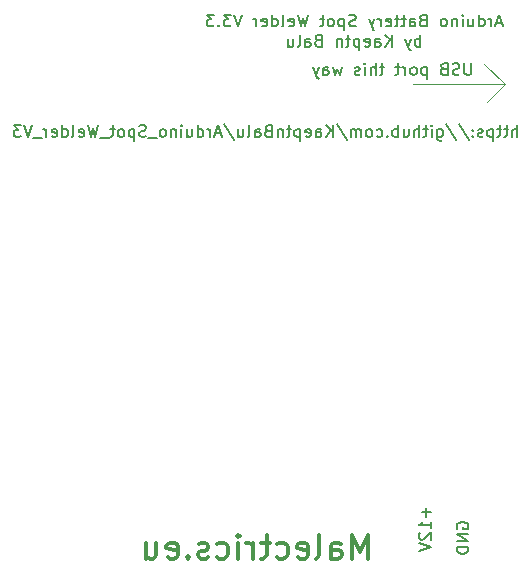
<source format=gbr>
G04 #@! TF.FileFunction,Legend,Bot*
%FSLAX46Y46*%
G04 Gerber Fmt 4.6, Leading zero omitted, Abs format (unit mm)*
G04 Created by KiCad (PCBNEW 4.0.4-stable) date 07/11/19 10:43:22*
%MOMM*%
%LPD*%
G01*
G04 APERTURE LIST*
%ADD10C,0.100000*%
%ADD11C,0.300000*%
%ADD12C,0.200000*%
G04 APERTURE END LIST*
D10*
D11*
X103130953Y-125154762D02*
X103130953Y-123154762D01*
X102464286Y-124583333D01*
X101797619Y-123154762D01*
X101797619Y-125154762D01*
X99988096Y-125154762D02*
X99988096Y-124107143D01*
X100083334Y-123916667D01*
X100273810Y-123821429D01*
X100654762Y-123821429D01*
X100845239Y-123916667D01*
X99988096Y-125059524D02*
X100178572Y-125154762D01*
X100654762Y-125154762D01*
X100845239Y-125059524D01*
X100940477Y-124869048D01*
X100940477Y-124678571D01*
X100845239Y-124488095D01*
X100654762Y-124392857D01*
X100178572Y-124392857D01*
X99988096Y-124297619D01*
X98750000Y-125154762D02*
X98940476Y-125059524D01*
X99035715Y-124869048D01*
X99035715Y-123154762D01*
X97226191Y-125059524D02*
X97416667Y-125154762D01*
X97797619Y-125154762D01*
X97988096Y-125059524D01*
X98083334Y-124869048D01*
X98083334Y-124107143D01*
X97988096Y-123916667D01*
X97797619Y-123821429D01*
X97416667Y-123821429D01*
X97226191Y-123916667D01*
X97130953Y-124107143D01*
X97130953Y-124297619D01*
X98083334Y-124488095D01*
X95416667Y-125059524D02*
X95607143Y-125154762D01*
X95988095Y-125154762D01*
X96178571Y-125059524D01*
X96273810Y-124964286D01*
X96369048Y-124773810D01*
X96369048Y-124202381D01*
X96273810Y-124011905D01*
X96178571Y-123916667D01*
X95988095Y-123821429D01*
X95607143Y-123821429D01*
X95416667Y-123916667D01*
X94845238Y-123821429D02*
X94083333Y-123821429D01*
X94559524Y-123154762D02*
X94559524Y-124869048D01*
X94464285Y-125059524D01*
X94273809Y-125154762D01*
X94083333Y-125154762D01*
X93416667Y-125154762D02*
X93416667Y-123821429D01*
X93416667Y-124202381D02*
X93321428Y-124011905D01*
X93226190Y-123916667D01*
X93035714Y-123821429D01*
X92845238Y-123821429D01*
X92178572Y-125154762D02*
X92178572Y-123821429D01*
X92178572Y-123154762D02*
X92273810Y-123250000D01*
X92178572Y-123345238D01*
X92083333Y-123250000D01*
X92178572Y-123154762D01*
X92178572Y-123345238D01*
X90369048Y-125059524D02*
X90559524Y-125154762D01*
X90940476Y-125154762D01*
X91130952Y-125059524D01*
X91226191Y-124964286D01*
X91321429Y-124773810D01*
X91321429Y-124202381D01*
X91226191Y-124011905D01*
X91130952Y-123916667D01*
X90940476Y-123821429D01*
X90559524Y-123821429D01*
X90369048Y-123916667D01*
X89607143Y-125059524D02*
X89416666Y-125154762D01*
X89035714Y-125154762D01*
X88845238Y-125059524D01*
X88750000Y-124869048D01*
X88750000Y-124773810D01*
X88845238Y-124583333D01*
X89035714Y-124488095D01*
X89321428Y-124488095D01*
X89511905Y-124392857D01*
X89607143Y-124202381D01*
X89607143Y-124107143D01*
X89511905Y-123916667D01*
X89321428Y-123821429D01*
X89035714Y-123821429D01*
X88845238Y-123916667D01*
X87892857Y-124964286D02*
X87797618Y-125059524D01*
X87892857Y-125154762D01*
X87988095Y-125059524D01*
X87892857Y-124964286D01*
X87892857Y-125154762D01*
X86178571Y-125059524D02*
X86369047Y-125154762D01*
X86749999Y-125154762D01*
X86940476Y-125059524D01*
X87035714Y-124869048D01*
X87035714Y-124107143D01*
X86940476Y-123916667D01*
X86749999Y-123821429D01*
X86369047Y-123821429D01*
X86178571Y-123916667D01*
X86083333Y-124107143D01*
X86083333Y-124297619D01*
X87035714Y-124488095D01*
X84369047Y-123821429D02*
X84369047Y-125154762D01*
X85226190Y-123821429D02*
X85226190Y-124869048D01*
X85130951Y-125059524D01*
X84940475Y-125154762D01*
X84654761Y-125154762D01*
X84464285Y-125059524D01*
X84369047Y-124964286D01*
D12*
X110700000Y-122638096D02*
X110652381Y-122542858D01*
X110652381Y-122400001D01*
X110700000Y-122257143D01*
X110795238Y-122161905D01*
X110890476Y-122114286D01*
X111080952Y-122066667D01*
X111223810Y-122066667D01*
X111414286Y-122114286D01*
X111509524Y-122161905D01*
X111604762Y-122257143D01*
X111652381Y-122400001D01*
X111652381Y-122495239D01*
X111604762Y-122638096D01*
X111557143Y-122685715D01*
X111223810Y-122685715D01*
X111223810Y-122495239D01*
X111652381Y-123114286D02*
X110652381Y-123114286D01*
X111652381Y-123685715D01*
X110652381Y-123685715D01*
X111652381Y-124161905D02*
X110652381Y-124161905D01*
X110652381Y-124400000D01*
X110700000Y-124542858D01*
X110795238Y-124638096D01*
X110890476Y-124685715D01*
X111080952Y-124733334D01*
X111223810Y-124733334D01*
X111414286Y-124685715D01*
X111509524Y-124638096D01*
X111604762Y-124542858D01*
X111652381Y-124400000D01*
X111652381Y-124161905D01*
X108071429Y-120838095D02*
X108071429Y-121600000D01*
X108452381Y-121219048D02*
X107690476Y-121219048D01*
X108452381Y-122600000D02*
X108452381Y-122028571D01*
X108452381Y-122314285D02*
X107452381Y-122314285D01*
X107595238Y-122219047D01*
X107690476Y-122123809D01*
X107738095Y-122028571D01*
X107547619Y-122980952D02*
X107500000Y-123028571D01*
X107452381Y-123123809D01*
X107452381Y-123361905D01*
X107500000Y-123457143D01*
X107547619Y-123504762D01*
X107642857Y-123552381D01*
X107738095Y-123552381D01*
X107880952Y-123504762D01*
X108452381Y-122933333D01*
X108452381Y-123552381D01*
X107452381Y-123838095D02*
X108452381Y-124171428D01*
X107452381Y-124504762D01*
D10*
X114750000Y-85000000D02*
X113250000Y-86500000D01*
X113000000Y-83250000D02*
X114750000Y-85000000D01*
X114750000Y-85000000D02*
X113000000Y-83250000D01*
X107000000Y-85000000D02*
X114750000Y-85000000D01*
D12*
X111892858Y-83202381D02*
X111892858Y-84011905D01*
X111845239Y-84107143D01*
X111797620Y-84154762D01*
X111702382Y-84202381D01*
X111511905Y-84202381D01*
X111416667Y-84154762D01*
X111369048Y-84107143D01*
X111321429Y-84011905D01*
X111321429Y-83202381D01*
X110892858Y-84154762D02*
X110750001Y-84202381D01*
X110511905Y-84202381D01*
X110416667Y-84154762D01*
X110369048Y-84107143D01*
X110321429Y-84011905D01*
X110321429Y-83916667D01*
X110369048Y-83821429D01*
X110416667Y-83773810D01*
X110511905Y-83726190D01*
X110702382Y-83678571D01*
X110797620Y-83630952D01*
X110845239Y-83583333D01*
X110892858Y-83488095D01*
X110892858Y-83392857D01*
X110845239Y-83297619D01*
X110797620Y-83250000D01*
X110702382Y-83202381D01*
X110464286Y-83202381D01*
X110321429Y-83250000D01*
X109559524Y-83678571D02*
X109416667Y-83726190D01*
X109369048Y-83773810D01*
X109321429Y-83869048D01*
X109321429Y-84011905D01*
X109369048Y-84107143D01*
X109416667Y-84154762D01*
X109511905Y-84202381D01*
X109892858Y-84202381D01*
X109892858Y-83202381D01*
X109559524Y-83202381D01*
X109464286Y-83250000D01*
X109416667Y-83297619D01*
X109369048Y-83392857D01*
X109369048Y-83488095D01*
X109416667Y-83583333D01*
X109464286Y-83630952D01*
X109559524Y-83678571D01*
X109892858Y-83678571D01*
X108130953Y-83535714D02*
X108130953Y-84535714D01*
X108130953Y-83583333D02*
X108035715Y-83535714D01*
X107845238Y-83535714D01*
X107750000Y-83583333D01*
X107702381Y-83630952D01*
X107654762Y-83726190D01*
X107654762Y-84011905D01*
X107702381Y-84107143D01*
X107750000Y-84154762D01*
X107845238Y-84202381D01*
X108035715Y-84202381D01*
X108130953Y-84154762D01*
X107083334Y-84202381D02*
X107178572Y-84154762D01*
X107226191Y-84107143D01*
X107273810Y-84011905D01*
X107273810Y-83726190D01*
X107226191Y-83630952D01*
X107178572Y-83583333D01*
X107083334Y-83535714D01*
X106940476Y-83535714D01*
X106845238Y-83583333D01*
X106797619Y-83630952D01*
X106750000Y-83726190D01*
X106750000Y-84011905D01*
X106797619Y-84107143D01*
X106845238Y-84154762D01*
X106940476Y-84202381D01*
X107083334Y-84202381D01*
X106321429Y-84202381D02*
X106321429Y-83535714D01*
X106321429Y-83726190D02*
X106273810Y-83630952D01*
X106226191Y-83583333D01*
X106130953Y-83535714D01*
X106035714Y-83535714D01*
X105845238Y-83535714D02*
X105464286Y-83535714D01*
X105702381Y-83202381D02*
X105702381Y-84059524D01*
X105654762Y-84154762D01*
X105559524Y-84202381D01*
X105464286Y-84202381D01*
X104511904Y-83535714D02*
X104130952Y-83535714D01*
X104369047Y-83202381D02*
X104369047Y-84059524D01*
X104321428Y-84154762D01*
X104226190Y-84202381D01*
X104130952Y-84202381D01*
X103797618Y-84202381D02*
X103797618Y-83202381D01*
X103369046Y-84202381D02*
X103369046Y-83678571D01*
X103416665Y-83583333D01*
X103511903Y-83535714D01*
X103654761Y-83535714D01*
X103749999Y-83583333D01*
X103797618Y-83630952D01*
X102892856Y-84202381D02*
X102892856Y-83535714D01*
X102892856Y-83202381D02*
X102940475Y-83250000D01*
X102892856Y-83297619D01*
X102845237Y-83250000D01*
X102892856Y-83202381D01*
X102892856Y-83297619D01*
X102464285Y-84154762D02*
X102369047Y-84202381D01*
X102178571Y-84202381D01*
X102083332Y-84154762D01*
X102035713Y-84059524D01*
X102035713Y-84011905D01*
X102083332Y-83916667D01*
X102178571Y-83869048D01*
X102321428Y-83869048D01*
X102416666Y-83821429D01*
X102464285Y-83726190D01*
X102464285Y-83678571D01*
X102416666Y-83583333D01*
X102321428Y-83535714D01*
X102178571Y-83535714D01*
X102083332Y-83583333D01*
X100940475Y-83535714D02*
X100749999Y-84202381D01*
X100559522Y-83726190D01*
X100369046Y-84202381D01*
X100178570Y-83535714D01*
X99369046Y-84202381D02*
X99369046Y-83678571D01*
X99416665Y-83583333D01*
X99511903Y-83535714D01*
X99702380Y-83535714D01*
X99797618Y-83583333D01*
X99369046Y-84154762D02*
X99464284Y-84202381D01*
X99702380Y-84202381D01*
X99797618Y-84154762D01*
X99845237Y-84059524D01*
X99845237Y-83964286D01*
X99797618Y-83869048D01*
X99702380Y-83821429D01*
X99464284Y-83821429D01*
X99369046Y-83773810D01*
X98988094Y-83535714D02*
X98749999Y-84202381D01*
X98511903Y-83535714D02*
X98749999Y-84202381D01*
X98845237Y-84440476D01*
X98892856Y-84488095D01*
X98988094Y-84535714D01*
X115785717Y-89452381D02*
X115785717Y-88452381D01*
X115357145Y-89452381D02*
X115357145Y-88928571D01*
X115404764Y-88833333D01*
X115500002Y-88785714D01*
X115642860Y-88785714D01*
X115738098Y-88833333D01*
X115785717Y-88880952D01*
X115023812Y-88785714D02*
X114642860Y-88785714D01*
X114880955Y-88452381D02*
X114880955Y-89309524D01*
X114833336Y-89404762D01*
X114738098Y-89452381D01*
X114642860Y-89452381D01*
X114452383Y-88785714D02*
X114071431Y-88785714D01*
X114309526Y-88452381D02*
X114309526Y-89309524D01*
X114261907Y-89404762D01*
X114166669Y-89452381D01*
X114071431Y-89452381D01*
X113738097Y-88785714D02*
X113738097Y-89785714D01*
X113738097Y-88833333D02*
X113642859Y-88785714D01*
X113452382Y-88785714D01*
X113357144Y-88833333D01*
X113309525Y-88880952D01*
X113261906Y-88976190D01*
X113261906Y-89261905D01*
X113309525Y-89357143D01*
X113357144Y-89404762D01*
X113452382Y-89452381D01*
X113642859Y-89452381D01*
X113738097Y-89404762D01*
X112880954Y-89404762D02*
X112785716Y-89452381D01*
X112595240Y-89452381D01*
X112500001Y-89404762D01*
X112452382Y-89309524D01*
X112452382Y-89261905D01*
X112500001Y-89166667D01*
X112595240Y-89119048D01*
X112738097Y-89119048D01*
X112833335Y-89071429D01*
X112880954Y-88976190D01*
X112880954Y-88928571D01*
X112833335Y-88833333D01*
X112738097Y-88785714D01*
X112595240Y-88785714D01*
X112500001Y-88833333D01*
X112023811Y-89357143D02*
X111976192Y-89404762D01*
X112023811Y-89452381D01*
X112071430Y-89404762D01*
X112023811Y-89357143D01*
X112023811Y-89452381D01*
X112023811Y-88833333D02*
X111976192Y-88880952D01*
X112023811Y-88928571D01*
X112071430Y-88880952D01*
X112023811Y-88833333D01*
X112023811Y-88928571D01*
X110833335Y-88404762D02*
X111690478Y-89690476D01*
X109785716Y-88404762D02*
X110642859Y-89690476D01*
X109023811Y-88785714D02*
X109023811Y-89595238D01*
X109071430Y-89690476D01*
X109119049Y-89738095D01*
X109214288Y-89785714D01*
X109357145Y-89785714D01*
X109452383Y-89738095D01*
X109023811Y-89404762D02*
X109119049Y-89452381D01*
X109309526Y-89452381D01*
X109404764Y-89404762D01*
X109452383Y-89357143D01*
X109500002Y-89261905D01*
X109500002Y-88976190D01*
X109452383Y-88880952D01*
X109404764Y-88833333D01*
X109309526Y-88785714D01*
X109119049Y-88785714D01*
X109023811Y-88833333D01*
X108547621Y-89452381D02*
X108547621Y-88785714D01*
X108547621Y-88452381D02*
X108595240Y-88500000D01*
X108547621Y-88547619D01*
X108500002Y-88500000D01*
X108547621Y-88452381D01*
X108547621Y-88547619D01*
X108214288Y-88785714D02*
X107833336Y-88785714D01*
X108071431Y-88452381D02*
X108071431Y-89309524D01*
X108023812Y-89404762D01*
X107928574Y-89452381D01*
X107833336Y-89452381D01*
X107500002Y-89452381D02*
X107500002Y-88452381D01*
X107071430Y-89452381D02*
X107071430Y-88928571D01*
X107119049Y-88833333D01*
X107214287Y-88785714D01*
X107357145Y-88785714D01*
X107452383Y-88833333D01*
X107500002Y-88880952D01*
X106166668Y-88785714D02*
X106166668Y-89452381D01*
X106595240Y-88785714D02*
X106595240Y-89309524D01*
X106547621Y-89404762D01*
X106452383Y-89452381D01*
X106309525Y-89452381D01*
X106214287Y-89404762D01*
X106166668Y-89357143D01*
X105690478Y-89452381D02*
X105690478Y-88452381D01*
X105690478Y-88833333D02*
X105595240Y-88785714D01*
X105404763Y-88785714D01*
X105309525Y-88833333D01*
X105261906Y-88880952D01*
X105214287Y-88976190D01*
X105214287Y-89261905D01*
X105261906Y-89357143D01*
X105309525Y-89404762D01*
X105404763Y-89452381D01*
X105595240Y-89452381D01*
X105690478Y-89404762D01*
X104785716Y-89357143D02*
X104738097Y-89404762D01*
X104785716Y-89452381D01*
X104833335Y-89404762D01*
X104785716Y-89357143D01*
X104785716Y-89452381D01*
X103880954Y-89404762D02*
X103976192Y-89452381D01*
X104166669Y-89452381D01*
X104261907Y-89404762D01*
X104309526Y-89357143D01*
X104357145Y-89261905D01*
X104357145Y-88976190D01*
X104309526Y-88880952D01*
X104261907Y-88833333D01*
X104166669Y-88785714D01*
X103976192Y-88785714D01*
X103880954Y-88833333D01*
X103309526Y-89452381D02*
X103404764Y-89404762D01*
X103452383Y-89357143D01*
X103500002Y-89261905D01*
X103500002Y-88976190D01*
X103452383Y-88880952D01*
X103404764Y-88833333D01*
X103309526Y-88785714D01*
X103166668Y-88785714D01*
X103071430Y-88833333D01*
X103023811Y-88880952D01*
X102976192Y-88976190D01*
X102976192Y-89261905D01*
X103023811Y-89357143D01*
X103071430Y-89404762D01*
X103166668Y-89452381D01*
X103309526Y-89452381D01*
X102547621Y-89452381D02*
X102547621Y-88785714D01*
X102547621Y-88880952D02*
X102500002Y-88833333D01*
X102404764Y-88785714D01*
X102261906Y-88785714D01*
X102166668Y-88833333D01*
X102119049Y-88928571D01*
X102119049Y-89452381D01*
X102119049Y-88928571D02*
X102071430Y-88833333D01*
X101976192Y-88785714D01*
X101833335Y-88785714D01*
X101738097Y-88833333D01*
X101690478Y-88928571D01*
X101690478Y-89452381D01*
X100500002Y-88404762D02*
X101357145Y-89690476D01*
X100166669Y-89452381D02*
X100166669Y-88452381D01*
X99595240Y-89452381D02*
X100023812Y-88880952D01*
X99595240Y-88452381D02*
X100166669Y-89023810D01*
X98738097Y-89452381D02*
X98738097Y-88928571D01*
X98785716Y-88833333D01*
X98880954Y-88785714D01*
X99071431Y-88785714D01*
X99166669Y-88833333D01*
X98738097Y-89404762D02*
X98833335Y-89452381D01*
X99071431Y-89452381D01*
X99166669Y-89404762D01*
X99214288Y-89309524D01*
X99214288Y-89214286D01*
X99166669Y-89119048D01*
X99071431Y-89071429D01*
X98833335Y-89071429D01*
X98738097Y-89023810D01*
X97880954Y-89404762D02*
X97976192Y-89452381D01*
X98166669Y-89452381D01*
X98261907Y-89404762D01*
X98309526Y-89309524D01*
X98309526Y-88928571D01*
X98261907Y-88833333D01*
X98166669Y-88785714D01*
X97976192Y-88785714D01*
X97880954Y-88833333D01*
X97833335Y-88928571D01*
X97833335Y-89023810D01*
X98309526Y-89119048D01*
X97404764Y-88785714D02*
X97404764Y-89785714D01*
X97404764Y-88833333D02*
X97309526Y-88785714D01*
X97119049Y-88785714D01*
X97023811Y-88833333D01*
X96976192Y-88880952D01*
X96928573Y-88976190D01*
X96928573Y-89261905D01*
X96976192Y-89357143D01*
X97023811Y-89404762D01*
X97119049Y-89452381D01*
X97309526Y-89452381D01*
X97404764Y-89404762D01*
X96642859Y-88785714D02*
X96261907Y-88785714D01*
X96500002Y-88452381D02*
X96500002Y-89309524D01*
X96452383Y-89404762D01*
X96357145Y-89452381D01*
X96261907Y-89452381D01*
X95928573Y-88785714D02*
X95928573Y-89452381D01*
X95928573Y-88880952D02*
X95880954Y-88833333D01*
X95785716Y-88785714D01*
X95642858Y-88785714D01*
X95547620Y-88833333D01*
X95500001Y-88928571D01*
X95500001Y-89452381D01*
X94690477Y-88928571D02*
X94547620Y-88976190D01*
X94500001Y-89023810D01*
X94452382Y-89119048D01*
X94452382Y-89261905D01*
X94500001Y-89357143D01*
X94547620Y-89404762D01*
X94642858Y-89452381D01*
X95023811Y-89452381D01*
X95023811Y-88452381D01*
X94690477Y-88452381D01*
X94595239Y-88500000D01*
X94547620Y-88547619D01*
X94500001Y-88642857D01*
X94500001Y-88738095D01*
X94547620Y-88833333D01*
X94595239Y-88880952D01*
X94690477Y-88928571D01*
X95023811Y-88928571D01*
X93595239Y-89452381D02*
X93595239Y-88928571D01*
X93642858Y-88833333D01*
X93738096Y-88785714D01*
X93928573Y-88785714D01*
X94023811Y-88833333D01*
X93595239Y-89404762D02*
X93690477Y-89452381D01*
X93928573Y-89452381D01*
X94023811Y-89404762D01*
X94071430Y-89309524D01*
X94071430Y-89214286D01*
X94023811Y-89119048D01*
X93928573Y-89071429D01*
X93690477Y-89071429D01*
X93595239Y-89023810D01*
X92976192Y-89452381D02*
X93071430Y-89404762D01*
X93119049Y-89309524D01*
X93119049Y-88452381D01*
X92166667Y-88785714D02*
X92166667Y-89452381D01*
X92595239Y-88785714D02*
X92595239Y-89309524D01*
X92547620Y-89404762D01*
X92452382Y-89452381D01*
X92309524Y-89452381D01*
X92214286Y-89404762D01*
X92166667Y-89357143D01*
X90976191Y-88404762D02*
X91833334Y-89690476D01*
X90690477Y-89166667D02*
X90214286Y-89166667D01*
X90785715Y-89452381D02*
X90452382Y-88452381D01*
X90119048Y-89452381D01*
X89785715Y-89452381D02*
X89785715Y-88785714D01*
X89785715Y-88976190D02*
X89738096Y-88880952D01*
X89690477Y-88833333D01*
X89595239Y-88785714D01*
X89500000Y-88785714D01*
X88738095Y-89452381D02*
X88738095Y-88452381D01*
X88738095Y-89404762D02*
X88833333Y-89452381D01*
X89023810Y-89452381D01*
X89119048Y-89404762D01*
X89166667Y-89357143D01*
X89214286Y-89261905D01*
X89214286Y-88976190D01*
X89166667Y-88880952D01*
X89119048Y-88833333D01*
X89023810Y-88785714D01*
X88833333Y-88785714D01*
X88738095Y-88833333D01*
X87833333Y-88785714D02*
X87833333Y-89452381D01*
X88261905Y-88785714D02*
X88261905Y-89309524D01*
X88214286Y-89404762D01*
X88119048Y-89452381D01*
X87976190Y-89452381D01*
X87880952Y-89404762D01*
X87833333Y-89357143D01*
X87357143Y-89452381D02*
X87357143Y-88785714D01*
X87357143Y-88452381D02*
X87404762Y-88500000D01*
X87357143Y-88547619D01*
X87309524Y-88500000D01*
X87357143Y-88452381D01*
X87357143Y-88547619D01*
X86880953Y-88785714D02*
X86880953Y-89452381D01*
X86880953Y-88880952D02*
X86833334Y-88833333D01*
X86738096Y-88785714D01*
X86595238Y-88785714D01*
X86500000Y-88833333D01*
X86452381Y-88928571D01*
X86452381Y-89452381D01*
X85833334Y-89452381D02*
X85928572Y-89404762D01*
X85976191Y-89357143D01*
X86023810Y-89261905D01*
X86023810Y-88976190D01*
X85976191Y-88880952D01*
X85928572Y-88833333D01*
X85833334Y-88785714D01*
X85690476Y-88785714D01*
X85595238Y-88833333D01*
X85547619Y-88880952D01*
X85500000Y-88976190D01*
X85500000Y-89261905D01*
X85547619Y-89357143D01*
X85595238Y-89404762D01*
X85690476Y-89452381D01*
X85833334Y-89452381D01*
X85309524Y-89547619D02*
X84547619Y-89547619D01*
X84357143Y-89404762D02*
X84214286Y-89452381D01*
X83976190Y-89452381D01*
X83880952Y-89404762D01*
X83833333Y-89357143D01*
X83785714Y-89261905D01*
X83785714Y-89166667D01*
X83833333Y-89071429D01*
X83880952Y-89023810D01*
X83976190Y-88976190D01*
X84166667Y-88928571D01*
X84261905Y-88880952D01*
X84309524Y-88833333D01*
X84357143Y-88738095D01*
X84357143Y-88642857D01*
X84309524Y-88547619D01*
X84261905Y-88500000D01*
X84166667Y-88452381D01*
X83928571Y-88452381D01*
X83785714Y-88500000D01*
X83357143Y-88785714D02*
X83357143Y-89785714D01*
X83357143Y-88833333D02*
X83261905Y-88785714D01*
X83071428Y-88785714D01*
X82976190Y-88833333D01*
X82928571Y-88880952D01*
X82880952Y-88976190D01*
X82880952Y-89261905D01*
X82928571Y-89357143D01*
X82976190Y-89404762D01*
X83071428Y-89452381D01*
X83261905Y-89452381D01*
X83357143Y-89404762D01*
X82309524Y-89452381D02*
X82404762Y-89404762D01*
X82452381Y-89357143D01*
X82500000Y-89261905D01*
X82500000Y-88976190D01*
X82452381Y-88880952D01*
X82404762Y-88833333D01*
X82309524Y-88785714D01*
X82166666Y-88785714D01*
X82071428Y-88833333D01*
X82023809Y-88880952D01*
X81976190Y-88976190D01*
X81976190Y-89261905D01*
X82023809Y-89357143D01*
X82071428Y-89404762D01*
X82166666Y-89452381D01*
X82309524Y-89452381D01*
X81690476Y-88785714D02*
X81309524Y-88785714D01*
X81547619Y-88452381D02*
X81547619Y-89309524D01*
X81500000Y-89404762D01*
X81404762Y-89452381D01*
X81309524Y-89452381D01*
X81214285Y-89547619D02*
X80452380Y-89547619D01*
X80309523Y-88452381D02*
X80071428Y-89452381D01*
X79880951Y-88738095D01*
X79690475Y-89452381D01*
X79452380Y-88452381D01*
X78690475Y-89404762D02*
X78785713Y-89452381D01*
X78976190Y-89452381D01*
X79071428Y-89404762D01*
X79119047Y-89309524D01*
X79119047Y-88928571D01*
X79071428Y-88833333D01*
X78976190Y-88785714D01*
X78785713Y-88785714D01*
X78690475Y-88833333D01*
X78642856Y-88928571D01*
X78642856Y-89023810D01*
X79119047Y-89119048D01*
X78071428Y-89452381D02*
X78166666Y-89404762D01*
X78214285Y-89309524D01*
X78214285Y-88452381D01*
X77261903Y-89452381D02*
X77261903Y-88452381D01*
X77261903Y-89404762D02*
X77357141Y-89452381D01*
X77547618Y-89452381D01*
X77642856Y-89404762D01*
X77690475Y-89357143D01*
X77738094Y-89261905D01*
X77738094Y-88976190D01*
X77690475Y-88880952D01*
X77642856Y-88833333D01*
X77547618Y-88785714D01*
X77357141Y-88785714D01*
X77261903Y-88833333D01*
X76404760Y-89404762D02*
X76499998Y-89452381D01*
X76690475Y-89452381D01*
X76785713Y-89404762D01*
X76833332Y-89309524D01*
X76833332Y-88928571D01*
X76785713Y-88833333D01*
X76690475Y-88785714D01*
X76499998Y-88785714D01*
X76404760Y-88833333D01*
X76357141Y-88928571D01*
X76357141Y-89023810D01*
X76833332Y-89119048D01*
X75928570Y-89452381D02*
X75928570Y-88785714D01*
X75928570Y-88976190D02*
X75880951Y-88880952D01*
X75833332Y-88833333D01*
X75738094Y-88785714D01*
X75642855Y-88785714D01*
X75547617Y-89547619D02*
X74785712Y-89547619D01*
X74690474Y-88452381D02*
X74357141Y-89452381D01*
X74023807Y-88452381D01*
X73785712Y-88452381D02*
X73166664Y-88452381D01*
X73499998Y-88833333D01*
X73357140Y-88833333D01*
X73261902Y-88880952D01*
X73214283Y-88928571D01*
X73166664Y-89023810D01*
X73166664Y-89261905D01*
X73214283Y-89357143D01*
X73261902Y-89404762D01*
X73357140Y-89452381D01*
X73642855Y-89452381D01*
X73738093Y-89404762D01*
X73785712Y-89357143D01*
X114500002Y-79816667D02*
X114023811Y-79816667D01*
X114595240Y-80102381D02*
X114261907Y-79102381D01*
X113928573Y-80102381D01*
X113595240Y-80102381D02*
X113595240Y-79435714D01*
X113595240Y-79626190D02*
X113547621Y-79530952D01*
X113500002Y-79483333D01*
X113404764Y-79435714D01*
X113309525Y-79435714D01*
X112547620Y-80102381D02*
X112547620Y-79102381D01*
X112547620Y-80054762D02*
X112642858Y-80102381D01*
X112833335Y-80102381D01*
X112928573Y-80054762D01*
X112976192Y-80007143D01*
X113023811Y-79911905D01*
X113023811Y-79626190D01*
X112976192Y-79530952D01*
X112928573Y-79483333D01*
X112833335Y-79435714D01*
X112642858Y-79435714D01*
X112547620Y-79483333D01*
X111642858Y-79435714D02*
X111642858Y-80102381D01*
X112071430Y-79435714D02*
X112071430Y-79959524D01*
X112023811Y-80054762D01*
X111928573Y-80102381D01*
X111785715Y-80102381D01*
X111690477Y-80054762D01*
X111642858Y-80007143D01*
X111166668Y-80102381D02*
X111166668Y-79435714D01*
X111166668Y-79102381D02*
X111214287Y-79150000D01*
X111166668Y-79197619D01*
X111119049Y-79150000D01*
X111166668Y-79102381D01*
X111166668Y-79197619D01*
X110690478Y-79435714D02*
X110690478Y-80102381D01*
X110690478Y-79530952D02*
X110642859Y-79483333D01*
X110547621Y-79435714D01*
X110404763Y-79435714D01*
X110309525Y-79483333D01*
X110261906Y-79578571D01*
X110261906Y-80102381D01*
X109642859Y-80102381D02*
X109738097Y-80054762D01*
X109785716Y-80007143D01*
X109833335Y-79911905D01*
X109833335Y-79626190D01*
X109785716Y-79530952D01*
X109738097Y-79483333D01*
X109642859Y-79435714D01*
X109500001Y-79435714D01*
X109404763Y-79483333D01*
X109357144Y-79530952D01*
X109309525Y-79626190D01*
X109309525Y-79911905D01*
X109357144Y-80007143D01*
X109404763Y-80054762D01*
X109500001Y-80102381D01*
X109642859Y-80102381D01*
X107785715Y-79578571D02*
X107642858Y-79626190D01*
X107595239Y-79673810D01*
X107547620Y-79769048D01*
X107547620Y-79911905D01*
X107595239Y-80007143D01*
X107642858Y-80054762D01*
X107738096Y-80102381D01*
X108119049Y-80102381D01*
X108119049Y-79102381D01*
X107785715Y-79102381D01*
X107690477Y-79150000D01*
X107642858Y-79197619D01*
X107595239Y-79292857D01*
X107595239Y-79388095D01*
X107642858Y-79483333D01*
X107690477Y-79530952D01*
X107785715Y-79578571D01*
X108119049Y-79578571D01*
X106690477Y-80102381D02*
X106690477Y-79578571D01*
X106738096Y-79483333D01*
X106833334Y-79435714D01*
X107023811Y-79435714D01*
X107119049Y-79483333D01*
X106690477Y-80054762D02*
X106785715Y-80102381D01*
X107023811Y-80102381D01*
X107119049Y-80054762D01*
X107166668Y-79959524D01*
X107166668Y-79864286D01*
X107119049Y-79769048D01*
X107023811Y-79721429D01*
X106785715Y-79721429D01*
X106690477Y-79673810D01*
X106357144Y-79435714D02*
X105976192Y-79435714D01*
X106214287Y-79102381D02*
X106214287Y-79959524D01*
X106166668Y-80054762D01*
X106071430Y-80102381D01*
X105976192Y-80102381D01*
X105785715Y-79435714D02*
X105404763Y-79435714D01*
X105642858Y-79102381D02*
X105642858Y-79959524D01*
X105595239Y-80054762D01*
X105500001Y-80102381D01*
X105404763Y-80102381D01*
X104690476Y-80054762D02*
X104785714Y-80102381D01*
X104976191Y-80102381D01*
X105071429Y-80054762D01*
X105119048Y-79959524D01*
X105119048Y-79578571D01*
X105071429Y-79483333D01*
X104976191Y-79435714D01*
X104785714Y-79435714D01*
X104690476Y-79483333D01*
X104642857Y-79578571D01*
X104642857Y-79673810D01*
X105119048Y-79769048D01*
X104214286Y-80102381D02*
X104214286Y-79435714D01*
X104214286Y-79626190D02*
X104166667Y-79530952D01*
X104119048Y-79483333D01*
X104023810Y-79435714D01*
X103928571Y-79435714D01*
X103690476Y-79435714D02*
X103452381Y-80102381D01*
X103214285Y-79435714D02*
X103452381Y-80102381D01*
X103547619Y-80340476D01*
X103595238Y-80388095D01*
X103690476Y-80435714D01*
X102119047Y-80054762D02*
X101976190Y-80102381D01*
X101738094Y-80102381D01*
X101642856Y-80054762D01*
X101595237Y-80007143D01*
X101547618Y-79911905D01*
X101547618Y-79816667D01*
X101595237Y-79721429D01*
X101642856Y-79673810D01*
X101738094Y-79626190D01*
X101928571Y-79578571D01*
X102023809Y-79530952D01*
X102071428Y-79483333D01*
X102119047Y-79388095D01*
X102119047Y-79292857D01*
X102071428Y-79197619D01*
X102023809Y-79150000D01*
X101928571Y-79102381D01*
X101690475Y-79102381D01*
X101547618Y-79150000D01*
X101119047Y-79435714D02*
X101119047Y-80435714D01*
X101119047Y-79483333D02*
X101023809Y-79435714D01*
X100833332Y-79435714D01*
X100738094Y-79483333D01*
X100690475Y-79530952D01*
X100642856Y-79626190D01*
X100642856Y-79911905D01*
X100690475Y-80007143D01*
X100738094Y-80054762D01*
X100833332Y-80102381D01*
X101023809Y-80102381D01*
X101119047Y-80054762D01*
X100071428Y-80102381D02*
X100166666Y-80054762D01*
X100214285Y-80007143D01*
X100261904Y-79911905D01*
X100261904Y-79626190D01*
X100214285Y-79530952D01*
X100166666Y-79483333D01*
X100071428Y-79435714D01*
X99928570Y-79435714D01*
X99833332Y-79483333D01*
X99785713Y-79530952D01*
X99738094Y-79626190D01*
X99738094Y-79911905D01*
X99785713Y-80007143D01*
X99833332Y-80054762D01*
X99928570Y-80102381D01*
X100071428Y-80102381D01*
X99452380Y-79435714D02*
X99071428Y-79435714D01*
X99309523Y-79102381D02*
X99309523Y-79959524D01*
X99261904Y-80054762D01*
X99166666Y-80102381D01*
X99071428Y-80102381D01*
X98071427Y-79102381D02*
X97833332Y-80102381D01*
X97642855Y-79388095D01*
X97452379Y-80102381D01*
X97214284Y-79102381D01*
X96452379Y-80054762D02*
X96547617Y-80102381D01*
X96738094Y-80102381D01*
X96833332Y-80054762D01*
X96880951Y-79959524D01*
X96880951Y-79578571D01*
X96833332Y-79483333D01*
X96738094Y-79435714D01*
X96547617Y-79435714D01*
X96452379Y-79483333D01*
X96404760Y-79578571D01*
X96404760Y-79673810D01*
X96880951Y-79769048D01*
X95833332Y-80102381D02*
X95928570Y-80054762D01*
X95976189Y-79959524D01*
X95976189Y-79102381D01*
X95023807Y-80102381D02*
X95023807Y-79102381D01*
X95023807Y-80054762D02*
X95119045Y-80102381D01*
X95309522Y-80102381D01*
X95404760Y-80054762D01*
X95452379Y-80007143D01*
X95499998Y-79911905D01*
X95499998Y-79626190D01*
X95452379Y-79530952D01*
X95404760Y-79483333D01*
X95309522Y-79435714D01*
X95119045Y-79435714D01*
X95023807Y-79483333D01*
X94166664Y-80054762D02*
X94261902Y-80102381D01*
X94452379Y-80102381D01*
X94547617Y-80054762D01*
X94595236Y-79959524D01*
X94595236Y-79578571D01*
X94547617Y-79483333D01*
X94452379Y-79435714D01*
X94261902Y-79435714D01*
X94166664Y-79483333D01*
X94119045Y-79578571D01*
X94119045Y-79673810D01*
X94595236Y-79769048D01*
X93690474Y-80102381D02*
X93690474Y-79435714D01*
X93690474Y-79626190D02*
X93642855Y-79530952D01*
X93595236Y-79483333D01*
X93499998Y-79435714D01*
X93404759Y-79435714D01*
X92452378Y-79102381D02*
X92119045Y-80102381D01*
X91785711Y-79102381D01*
X91547616Y-79102381D02*
X90928568Y-79102381D01*
X91261902Y-79483333D01*
X91119044Y-79483333D01*
X91023806Y-79530952D01*
X90976187Y-79578571D01*
X90928568Y-79673810D01*
X90928568Y-79911905D01*
X90976187Y-80007143D01*
X91023806Y-80054762D01*
X91119044Y-80102381D01*
X91404759Y-80102381D01*
X91499997Y-80054762D01*
X91547616Y-80007143D01*
X90499997Y-80007143D02*
X90452378Y-80054762D01*
X90499997Y-80102381D01*
X90547616Y-80054762D01*
X90499997Y-80007143D01*
X90499997Y-80102381D01*
X90119045Y-79102381D02*
X89499997Y-79102381D01*
X89833331Y-79483333D01*
X89690473Y-79483333D01*
X89595235Y-79530952D01*
X89547616Y-79578571D01*
X89499997Y-79673810D01*
X89499997Y-79911905D01*
X89547616Y-80007143D01*
X89595235Y-80054762D01*
X89690473Y-80102381D01*
X89976188Y-80102381D01*
X90071426Y-80054762D01*
X90119045Y-80007143D01*
X107595239Y-81802381D02*
X107595239Y-80802381D01*
X107595239Y-81183333D02*
X107500001Y-81135714D01*
X107309524Y-81135714D01*
X107214286Y-81183333D01*
X107166667Y-81230952D01*
X107119048Y-81326190D01*
X107119048Y-81611905D01*
X107166667Y-81707143D01*
X107214286Y-81754762D01*
X107309524Y-81802381D01*
X107500001Y-81802381D01*
X107595239Y-81754762D01*
X106785715Y-81135714D02*
X106547620Y-81802381D01*
X106309524Y-81135714D02*
X106547620Y-81802381D01*
X106642858Y-82040476D01*
X106690477Y-82088095D01*
X106785715Y-82135714D01*
X105166667Y-81802381D02*
X105166667Y-80802381D01*
X104595238Y-81802381D02*
X105023810Y-81230952D01*
X104595238Y-80802381D02*
X105166667Y-81373810D01*
X103738095Y-81802381D02*
X103738095Y-81278571D01*
X103785714Y-81183333D01*
X103880952Y-81135714D01*
X104071429Y-81135714D01*
X104166667Y-81183333D01*
X103738095Y-81754762D02*
X103833333Y-81802381D01*
X104071429Y-81802381D01*
X104166667Y-81754762D01*
X104214286Y-81659524D01*
X104214286Y-81564286D01*
X104166667Y-81469048D01*
X104071429Y-81421429D01*
X103833333Y-81421429D01*
X103738095Y-81373810D01*
X102880952Y-81754762D02*
X102976190Y-81802381D01*
X103166667Y-81802381D01*
X103261905Y-81754762D01*
X103309524Y-81659524D01*
X103309524Y-81278571D01*
X103261905Y-81183333D01*
X103166667Y-81135714D01*
X102976190Y-81135714D01*
X102880952Y-81183333D01*
X102833333Y-81278571D01*
X102833333Y-81373810D01*
X103309524Y-81469048D01*
X102404762Y-81135714D02*
X102404762Y-82135714D01*
X102404762Y-81183333D02*
X102309524Y-81135714D01*
X102119047Y-81135714D01*
X102023809Y-81183333D01*
X101976190Y-81230952D01*
X101928571Y-81326190D01*
X101928571Y-81611905D01*
X101976190Y-81707143D01*
X102023809Y-81754762D01*
X102119047Y-81802381D01*
X102309524Y-81802381D01*
X102404762Y-81754762D01*
X101642857Y-81135714D02*
X101261905Y-81135714D01*
X101500000Y-80802381D02*
X101500000Y-81659524D01*
X101452381Y-81754762D01*
X101357143Y-81802381D01*
X101261905Y-81802381D01*
X100928571Y-81135714D02*
X100928571Y-81802381D01*
X100928571Y-81230952D02*
X100880952Y-81183333D01*
X100785714Y-81135714D01*
X100642856Y-81135714D01*
X100547618Y-81183333D01*
X100499999Y-81278571D01*
X100499999Y-81802381D01*
X98928570Y-81278571D02*
X98785713Y-81326190D01*
X98738094Y-81373810D01*
X98690475Y-81469048D01*
X98690475Y-81611905D01*
X98738094Y-81707143D01*
X98785713Y-81754762D01*
X98880951Y-81802381D01*
X99261904Y-81802381D01*
X99261904Y-80802381D01*
X98928570Y-80802381D01*
X98833332Y-80850000D01*
X98785713Y-80897619D01*
X98738094Y-80992857D01*
X98738094Y-81088095D01*
X98785713Y-81183333D01*
X98833332Y-81230952D01*
X98928570Y-81278571D01*
X99261904Y-81278571D01*
X97833332Y-81802381D02*
X97833332Y-81278571D01*
X97880951Y-81183333D01*
X97976189Y-81135714D01*
X98166666Y-81135714D01*
X98261904Y-81183333D01*
X97833332Y-81754762D02*
X97928570Y-81802381D01*
X98166666Y-81802381D01*
X98261904Y-81754762D01*
X98309523Y-81659524D01*
X98309523Y-81564286D01*
X98261904Y-81469048D01*
X98166666Y-81421429D01*
X97928570Y-81421429D01*
X97833332Y-81373810D01*
X97214285Y-81802381D02*
X97309523Y-81754762D01*
X97357142Y-81659524D01*
X97357142Y-80802381D01*
X96404760Y-81135714D02*
X96404760Y-81802381D01*
X96833332Y-81135714D02*
X96833332Y-81659524D01*
X96785713Y-81754762D01*
X96690475Y-81802381D01*
X96547617Y-81802381D01*
X96452379Y-81754762D01*
X96404760Y-81707143D01*
M02*

</source>
